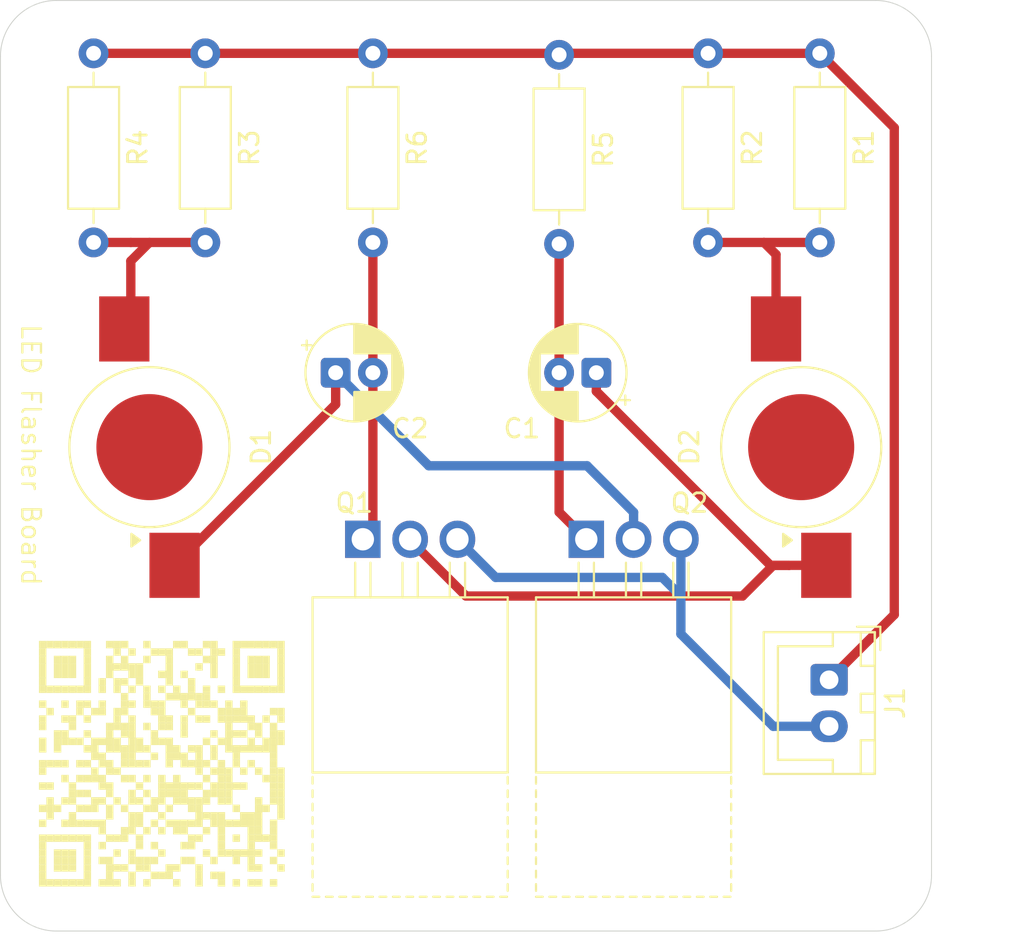
<source format=kicad_pcb>
(kicad_pcb (version 20241229) (generator "pcbnew") (generator_version "9.0")
  (layers (0 "F.Cu" signal) (2 "B.Cu" signal) (13 "F.Paste" user) (15 "B.Paste" user) (5 "F.SilkS" user "F.Silkscreen") (7 "B.SilkS" user "B.Silkscreen") (1 "F.Mask" user) (3 "B.Mask" user) (25 "Edge.Cuts" user))
  (net 0 "")
  (net 1 "Net-(D2-A)")
  (net 2 "Net-(D1-A)")
  (net 3 "Net-(D1-K)")
  (net 6 "Net-(D2-K)")
  (net 7 "VCC")
  (net 8 "GND")
  (net 9 "Net-(Q2-B)")
  (net 10 "Net-(Q1-B)")
  (footprint "Library:LED_Flasher_Board" (layer "F.Cu") (at 109.6658 117.0094)
    (property "Reference" "QR*****" (hide yes))
    (property "Value" "LED_Flasher_Board" (hide yes))
  )
  (footprint "Resistor_THT:R_Axial_DIN0207_L6.3mm_D2.5mm_P10.16mm_Horizontal" (layer "F.Cu") (at 106 78.84 -90)
    (property "Reference" "R4" (at 5.08 -2.37 90) (layer "F.SilkS"))
    (property "Value" "390")
    (pad "1" thru_hole circle (at 0 0 270) (size 1.6 1.6) (drill 0.8) (layers "*.Cu" "*.Mask") (net 7 "VCC"))
    (pad "2" thru_hole circle (at 10.16 0 270) (size 1.6 1.6) (drill 0.8) (layers "*.Cu" "*.Mask") (net 2 "Net-(D1-A)"))
  )
  (footprint "Resistor_THT:R_Axial_DIN0207_L6.3mm_D2.5mm_P10.16mm_Horizontal" (layer "F.Cu") (at 112 78.84 -90)
    (property "Reference" "R3" (at 5.08 -2.37 90) (layer "F.SilkS"))
    (property "Value" "390")
    (pad "1" thru_hole circle (at 0 0 270) (size 1.6 1.6) (drill 0.8) (layers "*.Cu" "*.Mask") (net 7 "VCC"))
    (pad "2" thru_hole circle (at 10.16 0 270) (size 1.6 1.6) (drill 0.8) (layers "*.Cu" "*.Mask") (net 2 "Net-(D1-A)"))
  )
  (footprint "Resistor_THT:R_Axial_DIN0207_L6.3mm_D2.5mm_P10.16mm_Horizontal" (layer "F.Cu") (at 139 78.84 -90)
    (property "Reference" "R2" (at 5.08 -2.37 90) (layer "F.SilkS"))
    (property "Value" "390")
    (pad "1" thru_hole circle (at 0 0 270) (size 1.6 1.6) (drill 0.8) (layers "*.Cu" "*.Mask") (net 7 "VCC"))
    (pad "2" thru_hole circle (at 10.16 0 270) (size 1.6 1.6) (drill 0.8) (layers "*.Cu" "*.Mask") (net 1 "Net-(D2-A)"))
  )
  (footprint "LED_SMD:LED_1W_3W_R8" (layer "F.Cu") (at 144 100 90)
    (property "Reference" "D2" (at 0 -6 90) (layer "F.SilkS"))
    (property "Value" "LED_Pad")
    (pad "1" smd rect (at -6.35 1.35 90) (size 3.5 2.7) (layers "F.Cu" "F.Mask" "F.Paste") (net 6 "Net-(D2-K)"))
    (pad "2" smd rect (at 6.35 -1.35 90) (size 3.5 2.7) (layers "F.Cu" "F.Mask" "F.Paste") (net 1 "Net-(D2-A)"))
    (pad "3" smd circle (at 0 0 90) (size 5.7 5.7) (layers "F.Cu" "F.Mask" "F.Paste"))
  )
  (footprint "Package_TO_SOT_THT:TO-220F-3_Horizontal_TabUp" (layer "F.Cu") (at 120.46 104.95)
    (property "Reference" "Q1" (at -0.46 -1.95 0) (layer "F.SilkS"))
    (property "Value" "2SD2012")
    (pad "" np_thru_hole circle (at 2.54 15.8) (size 3.5 3.5) (drill 3.5) (layers "*.Cu" "*.Mask"))
    (pad "1" thru_hole rect (at 0 0) (size 1.905 2) (drill 1.2) (layers "*.Cu" "*.Mask") (net 10 "Net-(Q1-B)"))
    (pad "2" thru_hole oval (at 2.54 0) (size 1.905 2) (drill 1.2) (layers "*.Cu" "*.Mask") (net 6 "Net-(D2-K)"))
    (pad "3" thru_hole oval (at 5.08 0) (size 1.905 2) (drill 1.2) (layers "*.Cu" "*.Mask") (net 8 "GND"))
  )
  (footprint "LED_SMD:LED_1W_3W_R8" (layer "F.Cu") (at 109 100 90)
    (property "Reference" "D1" (at 0 6 90) (layer "F.SilkS"))
    (property "Value" "LED_Pad")
    (pad "1" smd rect (at -6.35 1.35 90) (size 3.5 2.7) (layers "F.Cu" "F.Mask" "F.Paste") (net 3 "Net-(D1-K)"))
    (pad "2" smd rect (at 6.35 -1.35 90) (size 3.5 2.7) (layers "F.Cu" "F.Mask" "F.Paste") (net 2 "Net-(D1-A)"))
    (pad "3" smd circle (at 0 0 90) (size 5.7 5.7) (layers "F.Cu" "F.Mask" "F.Paste"))
  )
  (footprint "Package_TO_SOT_THT:TO-220F-3_Horizontal_TabUp" (layer "F.Cu") (at 132.46 104.95)
    (property "Reference" "Q2" (at 5.54 -1.95 0) (layer "F.SilkS"))
    (property "Value" "2SD2012")
    (pad "" np_thru_hole circle (at 2.54 15.8) (size 3.5 3.5) (drill 3.5) (layers "*.Cu" "*.Mask"))
    (pad "1" thru_hole rect (at 0 0) (size 1.905 2) (drill 1.2) (layers "*.Cu" "*.Mask") (net 9 "Net-(Q2-B)"))
    (pad "2" thru_hole oval (at 2.54 0) (size 1.905 2) (drill 1.2) (layers "*.Cu" "*.Mask") (net 3 "Net-(D1-K)"))
    (pad "3" thru_hole oval (at 5.08 0) (size 1.905 2) (drill 1.2) (layers "*.Cu" "*.Mask") (net 8 "GND"))
  )
  (footprint "Capacitor_THT:CP_Radial_D5.0mm_P2.00mm" (layer "F.Cu") (at 133 96 180)
    (property "Reference" "C1" (at 4 -3 0) (layer "F.SilkS"))
    (property "Value" "100u")
    (pad "1" thru_hole roundrect (at 0 0 180) (size 1.6 1.6) (drill 0.8) (layers "*.Cu" "*.Mask") (roundrect_rratio 0.15625) (net 6 "Net-(D2-K)"))
    (pad "2" thru_hole circle (at 2 0 180) (size 1.6 1.6) (drill 0.8) (layers "*.Cu" "*.Mask") (net 9 "Net-(Q2-B)"))
  )
  (footprint "Capacitor_THT:CP_Radial_D5.0mm_P2.00mm" (layer "F.Cu") (at 119 96)
    (property "Reference" "C2" (at 4 3 0) (layer "F.SilkS"))
    (property "Value" "100u")
    (pad "1" thru_hole roundrect (at 0 0) (size 1.6 1.6) (drill 0.8) (layers "*.Cu" "*.Mask") (roundrect_rratio 0.15625) (net 3 "Net-(D1-K)"))
    (pad "2" thru_hole circle (at 2 0) (size 1.6 1.6) (drill 0.8) (layers "*.Cu" "*.Mask") (net 10 "Net-(Q1-B)"))
  )
  (footprint "Resistor_THT:R_Axial_DIN0207_L6.3mm_D2.5mm_P10.16mm_Horizontal" (layer "F.Cu") (at 131 78.92 -90)
    (property "Reference" "R5" (at 5.08 -2.37 90) (layer "F.SilkS"))
    (property "Value" "10k")
    (pad "1" thru_hole circle (at 0 0 270) (size 1.6 1.6) (drill 0.8) (layers "*.Cu" "*.Mask") (net 7 "VCC"))
    (pad "2" thru_hole circle (at 10.16 0 270) (size 1.6 1.6) (drill 0.8) (layers "*.Cu" "*.Mask") (net 9 "Net-(Q2-B)"))
  )
  (footprint "Resistor_THT:R_Axial_DIN0207_L6.3mm_D2.5mm_P10.16mm_Horizontal" (layer "F.Cu") (at 145 78.84 -90)
    (property "Reference" "R1" (at 5.08 -2.37 90) (layer "F.SilkS"))
    (property "Value" "390")
    (pad "1" thru_hole circle (at 0 0 270) (size 1.6 1.6) (drill 0.8) (layers "*.Cu" "*.Mask") (net 7 "VCC"))
    (pad "2" thru_hole circle (at 10.16 0 270) (size 1.6 1.6) (drill 0.8) (layers "*.Cu" "*.Mask") (net 1 "Net-(D2-A)"))
  )
  (footprint "MountingHole:MountingHole_3.2mm_M3" (layer "F.Cu") (at 146.5 122)
    (property "Reference" "REF**" (hide yes))
    (property "Value" "MountingHole_3.2mm_M3")
    (pad "" np_thru_hole circle (at 0 0) (size 3.2 3.2) (drill 3.2) (layers "*.Cu" "*.Mask"))
  )
  (footprint "Connector_JST:JST_XH_B2B-XH-A_1x02_P2.50mm_Vertical" (layer "F.Cu") (at 145.5 112.5 -90)
    (property "Reference" "J1" (at 1.25 -3.55 270) (layer "F.SilkS"))
    (property "Value" "Conn_01x02_Socket")
    (pad "1" thru_hole roundrect (at 0 0 270) (size 1.7 2) (drill 1) (layers "*.Cu" "*.Mask") (roundrect_rratio 0.147059) (net 7 "VCC"))
    (pad "2" thru_hole oval (at 2.5 0 270) (size 1.7 2) (drill 1) (layers "*.Cu" "*.Mask") (net 8 "GND"))
  )
  (footprint "Resistor_THT:R_Axial_DIN0207_L6.3mm_D2.5mm_P10.16mm_Horizontal" (layer "F.Cu") (at 121 78.84 -90)
    (property "Reference" "R6" (at 5.08 -2.37 90) (layer "F.SilkS"))
    (property "Value" "10k")
    (pad "1" thru_hole circle (at 0 0 270) (size 1.6 1.6) (drill 0.8) (layers "*.Cu" "*.Mask") (net 7 "VCC"))
    (pad "2" thru_hole circle (at 10.16 0 270) (size 1.6 1.6) (drill 0.8) (layers "*.Cu" "*.Mask") (net 10 "Net-(Q1-B)"))
  )
  (gr_arc (start 151 123) (mid 150.12132 125.12132) (end 148 126) (stroke (width 0.05)) (layer "Edge.Cuts"))
  (gr_line (start 151 79) (end 151 123) (stroke (width 0.05)) (layer "Edge.Cuts"))
  (gr_arc (start 101 79) (mid 101.87868 76.87868) (end 104 76) (stroke (width 0.05)) (layer "Edge.Cuts"))
  (gr_line (start 101 123) (end 101 79) (stroke (width 0.05)) (layer "Edge.Cuts"))
  (gr_arc (start 148 76) (mid 150.12132 76.87868) (end 151 79) (stroke (width 0.05)) (layer "Edge.Cuts"))
  (gr_arc (start 104 126) (mid 101.87868 125.12132) (end 101 123) (stroke (width 0.05)) (layer "Edge.Cuts"))
  (gr_line (start 148 126) (end 104 126) (stroke (width 0.05)) (layer "Edge.Cuts"))
  (gr_line (start 104 76) (end 148 76) (stroke (width 0.05)) (layer "Edge.Cuts"))
  (gr_text "LED Flasher Board\n" (at 102.0458 93.3112 270) (layer "F.SilkS") (effects (font (size 1 1) (thickness 0.125)) (justify left bottom)))
  (segment (start 142 89) (end 145 89) (width 0.5) (layer "F.Cu") (net 1))
  (segment (start 142.65 93.65) (end 142.65 89.65) (width 0.5) (layer "F.Cu") (net 1))
  (segment (start 142.65 89.65) (end 142 89) (width 0.5) (layer "F.Cu") (net 1))
  (segment (start 139 89) (end 142 89) (width 0.5) (layer "F.Cu") (net 1))
  (segment (start 109 89) (end 108 90) (width 0.5) (layer "F.Cu") (net 2))
  (segment (start 108 93.3) (end 107.65 93.65) (width 0.5) (layer "F.Cu") (net 2))
  (segment (start 108 90) (end 108 93.3) (width 0.5) (layer "F.Cu") (net 2))
  (segment (start 112 89) (end 108 89) (width 0.5) (layer "F.Cu") (net 2))
  (segment (start 106 89) (end 108 89) (width 0.5) (layer "F.Cu") (net 2))
  (segment (start 110.35 106.35) (end 119 97.7) (width 0.5) (layer "F.Cu") (net 3))
  (segment (start 119 97.7) (end 119 96) (width 0.5) (layer "F.Cu") (net 3))
  (segment (start 124 101) (end 119 96) (width 0.5) (layer "B.Cu") (net 3))
  (segment (start 135 103.5) (end 132.5 101) (width 0.5) (layer "B.Cu") (net 3))
  (segment (start 132.5 101) (end 124 101) (width 0.5) (layer "B.Cu") (net 3))
  (segment (start 135 104.95) (end 135 103.5) (width 0.5) (layer "B.Cu") (net 3))
  (segment (start 126 108) (end 140.85 108) (width 0.5) (layer "F.Cu") (net 6))
  (segment (start 142.35 106.35) (end 133 97) (width 0.5) (layer "F.Cu") (net 6))
  (segment (start 140.85 108) (end 142.5 106.35) (width 0.5) (layer "F.Cu") (net 6))
  (segment (start 143.35 106.35) (end 142.35 106.35) (width 0.5) (layer "F.Cu") (net 6))
  (segment (start 123 105) (end 126 108) (width 0.5) (layer "F.Cu") (net 6))
  (segment (start 142.5 106.35) (end 143.35 106.35) (width 0.5) (layer "F.Cu") (net 6))
  (segment (start 145.35 106.35) (end 143.35 106.35) (width 0.5) (layer "F.Cu") (net 6))
  (segment (start 133 97) (end 133 96) (width 0.5) (layer "F.Cu") (net 6))
  (segment (start 123 104.95) (end 123 105) (width 0.5) (layer "F.Cu") (net 6))
  (segment (start 145 78.84) (end 149 82.84) (width 0.5) (layer "F.Cu") (net 7))
  (segment (start 149 109) (end 145.5 112.5) (width 0.5) (layer "F.Cu") (net 7))
  (segment (start 131.08 78.84) (end 131 78.92) (width 0.5) (layer "F.Cu") (net 7))
  (segment (start 149 82.84) (end 149 109) (width 0.5) (layer "F.Cu") (net 7))
  (segment (start 145 78.84) (end 106 78.84) (width 0.5) (layer "F.Cu") (net 7))
  (segment (start 125.54 104.95) (end 127.59 107) (width 0.5) (layer "B.Cu") (net 8))
  (segment (start 127.59 107) (end 136.54 107) (width 0.5) (layer "B.Cu") (net 8))
  (segment (start 137.54 104.95) (end 137.54 108) (width 0.5) (layer "B.Cu") (net 8))
  (segment (start 142.5 115) (end 145.5 115) (width 0.5) (layer "B.Cu") (net 8))
  (segment (start 137.54 110.04) (end 142.5 115) (width 0.5) (layer "B.Cu") (net 8))
  (segment (start 136.54 107) (end 137.54 108) (width 0.5) (layer "B.Cu") (net 8))
  (segment (start 137.54 108) (end 137.54 110.04) (width 0.5) (layer "B.Cu") (net 8))
  (segment (start 131 89.08) (end 131 103.49) (width 0.5) (layer "F.Cu") (net 9))
  (segment (start 131 103.49) (end 132.46 104.95) (width 0.5) (layer "F.Cu") (net 9))
  (segment (start 121 89) (end 121 104.41) (width 0.5) (layer "F.Cu") (net 10))
  (segment (start 121 104.41) (end 120.725682 104.684318) (width 0.5) (layer "F.Cu") (net 10))
)
</source>
